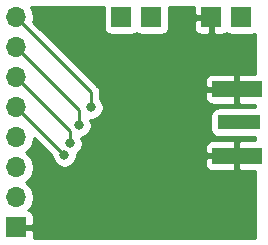
<source format=gbr>
G04 #@! TF.GenerationSoftware,KiCad,Pcbnew,(5.1.5)-3*
G04 #@! TF.CreationDate,2020-07-12T19:07:34-04:00*
G04 #@! TF.ProjectId,BreakoutSI4463PRORev3,42726561-6b6f-4757-9453-493434363350,rev?*
G04 #@! TF.SameCoordinates,Original*
G04 #@! TF.FileFunction,Copper,L2,Bot*
G04 #@! TF.FilePolarity,Positive*
%FSLAX46Y46*%
G04 Gerber Fmt 4.6, Leading zero omitted, Abs format (unit mm)*
G04 Created by KiCad (PCBNEW (5.1.5)-3) date 2020-07-12 19:07:34*
%MOMM*%
%LPD*%
G04 APERTURE LIST*
%ADD10R,3.600000X1.270000*%
%ADD11R,4.200000X1.350000*%
%ADD12O,1.700000X1.700000*%
%ADD13R,1.700000X1.700000*%
%ADD14C,0.800000*%
%ADD15C,0.250000*%
%ADD16C,0.254000*%
G04 APERTURE END LIST*
D10*
X138249000Y-102870000D03*
D11*
X138049000Y-100045000D03*
X138049000Y-105695000D03*
D12*
X119380000Y-93980000D03*
X119380000Y-96520000D03*
X119380000Y-99060000D03*
X119380000Y-101600000D03*
X119380000Y-104140000D03*
X119380000Y-106680000D03*
X119380000Y-109220000D03*
D13*
X119380000Y-111760000D03*
X128270000Y-93980000D03*
X130810000Y-93980000D03*
X138430000Y-93980000D03*
X135890000Y-93980000D03*
D14*
X136906000Y-102870000D03*
X123190000Y-94996000D03*
X129794000Y-101854000D03*
X125730000Y-101600000D03*
X124714000Y-103124000D03*
X123952000Y-104648000D03*
X123444000Y-105664000D03*
D15*
X138249000Y-102870000D02*
X136906000Y-102870000D01*
X119380000Y-93980000D02*
X125730000Y-100330000D01*
X125730000Y-100330000D02*
X125730000Y-101600000D01*
X119380000Y-96520000D02*
X124714000Y-101854000D01*
X124714000Y-101854000D02*
X124714000Y-103124000D01*
X119380000Y-99060000D02*
X123952000Y-103632000D01*
X123952000Y-103632000D02*
X123952000Y-104648000D01*
X119380000Y-101600000D02*
X123444000Y-105664000D01*
D16*
G36*
X126781928Y-93130000D02*
G01*
X126781928Y-94830000D01*
X126794188Y-94954482D01*
X126830498Y-95074180D01*
X126889463Y-95184494D01*
X126968815Y-95281185D01*
X127065506Y-95360537D01*
X127175820Y-95419502D01*
X127295518Y-95455812D01*
X127420000Y-95468072D01*
X129120000Y-95468072D01*
X129244482Y-95455812D01*
X129364180Y-95419502D01*
X129474494Y-95360537D01*
X129540000Y-95306778D01*
X129605506Y-95360537D01*
X129715820Y-95419502D01*
X129835518Y-95455812D01*
X129960000Y-95468072D01*
X131660000Y-95468072D01*
X131784482Y-95455812D01*
X131904180Y-95419502D01*
X132014494Y-95360537D01*
X132111185Y-95281185D01*
X132190537Y-95184494D01*
X132249502Y-95074180D01*
X132285812Y-94954482D01*
X132298072Y-94830000D01*
X134401928Y-94830000D01*
X134414188Y-94954482D01*
X134450498Y-95074180D01*
X134509463Y-95184494D01*
X134588815Y-95281185D01*
X134685506Y-95360537D01*
X134795820Y-95419502D01*
X134915518Y-95455812D01*
X135040000Y-95468072D01*
X135604250Y-95465000D01*
X135763000Y-95306250D01*
X135763000Y-94107000D01*
X134563750Y-94107000D01*
X134405000Y-94265750D01*
X134401928Y-94830000D01*
X132298072Y-94830000D01*
X132298072Y-93130000D01*
X132296693Y-93116000D01*
X134403307Y-93116000D01*
X134401928Y-93130000D01*
X134405000Y-93694250D01*
X134563750Y-93853000D01*
X135763000Y-93853000D01*
X135763000Y-93833000D01*
X136017000Y-93833000D01*
X136017000Y-93853000D01*
X136037000Y-93853000D01*
X136037000Y-94107000D01*
X136017000Y-94107000D01*
X136017000Y-95306250D01*
X136175750Y-95465000D01*
X136740000Y-95468072D01*
X136864482Y-95455812D01*
X136984180Y-95419502D01*
X137094494Y-95360537D01*
X137160000Y-95306778D01*
X137225506Y-95360537D01*
X137335820Y-95419502D01*
X137455518Y-95455812D01*
X137580000Y-95468072D01*
X139280000Y-95468072D01*
X139404482Y-95455812D01*
X139524180Y-95419502D01*
X139548001Y-95406769D01*
X139548001Y-98732946D01*
X138334750Y-98735000D01*
X138176000Y-98893750D01*
X138176000Y-99918000D01*
X138196000Y-99918000D01*
X138196000Y-100172000D01*
X138176000Y-100172000D01*
X138176000Y-101196250D01*
X138334750Y-101355000D01*
X139548001Y-101357054D01*
X139548001Y-101596928D01*
X136449000Y-101596928D01*
X136324518Y-101609188D01*
X136204820Y-101645498D01*
X136094506Y-101704463D01*
X135997815Y-101783815D01*
X135918463Y-101880506D01*
X135859498Y-101990820D01*
X135823188Y-102110518D01*
X135810928Y-102235000D01*
X135810928Y-103505000D01*
X135823188Y-103629482D01*
X135859498Y-103749180D01*
X135918463Y-103859494D01*
X135997815Y-103956185D01*
X136094506Y-104035537D01*
X136204820Y-104094502D01*
X136324518Y-104130812D01*
X136449000Y-104143072D01*
X139548000Y-104143072D01*
X139548000Y-104382946D01*
X138334750Y-104385000D01*
X138176000Y-104543750D01*
X138176000Y-105568000D01*
X138196000Y-105568000D01*
X138196000Y-105822000D01*
X138176000Y-105822000D01*
X138176000Y-106846250D01*
X138334750Y-107005000D01*
X139548000Y-107007054D01*
X139548000Y-112624000D01*
X120866693Y-112624000D01*
X120868072Y-112610000D01*
X120865000Y-112045750D01*
X120706250Y-111887000D01*
X119507000Y-111887000D01*
X119507000Y-111907000D01*
X119253000Y-111907000D01*
X119253000Y-111887000D01*
X119233000Y-111887000D01*
X119233000Y-111633000D01*
X119253000Y-111633000D01*
X119253000Y-111613000D01*
X119507000Y-111613000D01*
X119507000Y-111633000D01*
X120706250Y-111633000D01*
X120865000Y-111474250D01*
X120868072Y-110910000D01*
X120855812Y-110785518D01*
X120819502Y-110665820D01*
X120760537Y-110555506D01*
X120681185Y-110458815D01*
X120584494Y-110379463D01*
X120474180Y-110320498D01*
X120401620Y-110298487D01*
X120533475Y-110166632D01*
X120695990Y-109923411D01*
X120807932Y-109653158D01*
X120865000Y-109366260D01*
X120865000Y-109073740D01*
X120807932Y-108786842D01*
X120695990Y-108516589D01*
X120533475Y-108273368D01*
X120326632Y-108066525D01*
X120152240Y-107950000D01*
X120326632Y-107833475D01*
X120533475Y-107626632D01*
X120695990Y-107383411D01*
X120807932Y-107113158D01*
X120865000Y-106826260D01*
X120865000Y-106533740D01*
X120807932Y-106246842D01*
X120695990Y-105976589D01*
X120533475Y-105733368D01*
X120326632Y-105526525D01*
X120152240Y-105410000D01*
X120326632Y-105293475D01*
X120533475Y-105086632D01*
X120695990Y-104843411D01*
X120807932Y-104573158D01*
X120865000Y-104286260D01*
X120865000Y-104159801D01*
X122409000Y-105703802D01*
X122409000Y-105765939D01*
X122448774Y-105965898D01*
X122526795Y-106154256D01*
X122640063Y-106323774D01*
X122784226Y-106467937D01*
X122953744Y-106581205D01*
X123142102Y-106659226D01*
X123342061Y-106699000D01*
X123545939Y-106699000D01*
X123745898Y-106659226D01*
X123934256Y-106581205D01*
X124103774Y-106467937D01*
X124201711Y-106370000D01*
X135310928Y-106370000D01*
X135323188Y-106494482D01*
X135359498Y-106614180D01*
X135418463Y-106724494D01*
X135497815Y-106821185D01*
X135594506Y-106900537D01*
X135704820Y-106959502D01*
X135824518Y-106995812D01*
X135949000Y-107008072D01*
X137763250Y-107005000D01*
X137922000Y-106846250D01*
X137922000Y-105822000D01*
X135472750Y-105822000D01*
X135314000Y-105980750D01*
X135310928Y-106370000D01*
X124201711Y-106370000D01*
X124247937Y-106323774D01*
X124361205Y-106154256D01*
X124439226Y-105965898D01*
X124479000Y-105765939D01*
X124479000Y-105562061D01*
X124475241Y-105543165D01*
X124611774Y-105451937D01*
X124755937Y-105307774D01*
X124869205Y-105138256D01*
X124918188Y-105020000D01*
X135310928Y-105020000D01*
X135314000Y-105409250D01*
X135472750Y-105568000D01*
X137922000Y-105568000D01*
X137922000Y-104543750D01*
X137763250Y-104385000D01*
X135949000Y-104381928D01*
X135824518Y-104394188D01*
X135704820Y-104430498D01*
X135594506Y-104489463D01*
X135497815Y-104568815D01*
X135418463Y-104665506D01*
X135359498Y-104775820D01*
X135323188Y-104895518D01*
X135310928Y-105020000D01*
X124918188Y-105020000D01*
X124947226Y-104949898D01*
X124987000Y-104749939D01*
X124987000Y-104546061D01*
X124947226Y-104346102D01*
X124869205Y-104157744D01*
X124863697Y-104149500D01*
X125015898Y-104119226D01*
X125204256Y-104041205D01*
X125373774Y-103927937D01*
X125517937Y-103783774D01*
X125631205Y-103614256D01*
X125709226Y-103425898D01*
X125749000Y-103225939D01*
X125749000Y-103022061D01*
X125709226Y-102822102D01*
X125631725Y-102635000D01*
X125831939Y-102635000D01*
X126031898Y-102595226D01*
X126220256Y-102517205D01*
X126389774Y-102403937D01*
X126533937Y-102259774D01*
X126647205Y-102090256D01*
X126725226Y-101901898D01*
X126765000Y-101701939D01*
X126765000Y-101498061D01*
X126725226Y-101298102D01*
X126647205Y-101109744D01*
X126533937Y-100940226D01*
X126490000Y-100896289D01*
X126490000Y-100720000D01*
X135310928Y-100720000D01*
X135323188Y-100844482D01*
X135359498Y-100964180D01*
X135418463Y-101074494D01*
X135497815Y-101171185D01*
X135594506Y-101250537D01*
X135704820Y-101309502D01*
X135824518Y-101345812D01*
X135949000Y-101358072D01*
X137763250Y-101355000D01*
X137922000Y-101196250D01*
X137922000Y-100172000D01*
X135472750Y-100172000D01*
X135314000Y-100330750D01*
X135310928Y-100720000D01*
X126490000Y-100720000D01*
X126490000Y-100367322D01*
X126493676Y-100329999D01*
X126490000Y-100292676D01*
X126490000Y-100292667D01*
X126479003Y-100181014D01*
X126435546Y-100037753D01*
X126364975Y-99905725D01*
X126364974Y-99905723D01*
X126293799Y-99818997D01*
X126270001Y-99789999D01*
X126241004Y-99766202D01*
X125844802Y-99370000D01*
X135310928Y-99370000D01*
X135314000Y-99759250D01*
X135472750Y-99918000D01*
X137922000Y-99918000D01*
X137922000Y-98893750D01*
X137763250Y-98735000D01*
X135949000Y-98731928D01*
X135824518Y-98744188D01*
X135704820Y-98780498D01*
X135594506Y-98839463D01*
X135497815Y-98918815D01*
X135418463Y-99015506D01*
X135359498Y-99125820D01*
X135323188Y-99245518D01*
X135310928Y-99370000D01*
X125844802Y-99370000D01*
X120821209Y-94346408D01*
X120865000Y-94126260D01*
X120865000Y-93833740D01*
X120807932Y-93546842D01*
X120695990Y-93276589D01*
X120588688Y-93116000D01*
X126783307Y-93116000D01*
X126781928Y-93130000D01*
G37*
X126781928Y-93130000D02*
X126781928Y-94830000D01*
X126794188Y-94954482D01*
X126830498Y-95074180D01*
X126889463Y-95184494D01*
X126968815Y-95281185D01*
X127065506Y-95360537D01*
X127175820Y-95419502D01*
X127295518Y-95455812D01*
X127420000Y-95468072D01*
X129120000Y-95468072D01*
X129244482Y-95455812D01*
X129364180Y-95419502D01*
X129474494Y-95360537D01*
X129540000Y-95306778D01*
X129605506Y-95360537D01*
X129715820Y-95419502D01*
X129835518Y-95455812D01*
X129960000Y-95468072D01*
X131660000Y-95468072D01*
X131784482Y-95455812D01*
X131904180Y-95419502D01*
X132014494Y-95360537D01*
X132111185Y-95281185D01*
X132190537Y-95184494D01*
X132249502Y-95074180D01*
X132285812Y-94954482D01*
X132298072Y-94830000D01*
X134401928Y-94830000D01*
X134414188Y-94954482D01*
X134450498Y-95074180D01*
X134509463Y-95184494D01*
X134588815Y-95281185D01*
X134685506Y-95360537D01*
X134795820Y-95419502D01*
X134915518Y-95455812D01*
X135040000Y-95468072D01*
X135604250Y-95465000D01*
X135763000Y-95306250D01*
X135763000Y-94107000D01*
X134563750Y-94107000D01*
X134405000Y-94265750D01*
X134401928Y-94830000D01*
X132298072Y-94830000D01*
X132298072Y-93130000D01*
X132296693Y-93116000D01*
X134403307Y-93116000D01*
X134401928Y-93130000D01*
X134405000Y-93694250D01*
X134563750Y-93853000D01*
X135763000Y-93853000D01*
X135763000Y-93833000D01*
X136017000Y-93833000D01*
X136017000Y-93853000D01*
X136037000Y-93853000D01*
X136037000Y-94107000D01*
X136017000Y-94107000D01*
X136017000Y-95306250D01*
X136175750Y-95465000D01*
X136740000Y-95468072D01*
X136864482Y-95455812D01*
X136984180Y-95419502D01*
X137094494Y-95360537D01*
X137160000Y-95306778D01*
X137225506Y-95360537D01*
X137335820Y-95419502D01*
X137455518Y-95455812D01*
X137580000Y-95468072D01*
X139280000Y-95468072D01*
X139404482Y-95455812D01*
X139524180Y-95419502D01*
X139548001Y-95406769D01*
X139548001Y-98732946D01*
X138334750Y-98735000D01*
X138176000Y-98893750D01*
X138176000Y-99918000D01*
X138196000Y-99918000D01*
X138196000Y-100172000D01*
X138176000Y-100172000D01*
X138176000Y-101196250D01*
X138334750Y-101355000D01*
X139548001Y-101357054D01*
X139548001Y-101596928D01*
X136449000Y-101596928D01*
X136324518Y-101609188D01*
X136204820Y-101645498D01*
X136094506Y-101704463D01*
X135997815Y-101783815D01*
X135918463Y-101880506D01*
X135859498Y-101990820D01*
X135823188Y-102110518D01*
X135810928Y-102235000D01*
X135810928Y-103505000D01*
X135823188Y-103629482D01*
X135859498Y-103749180D01*
X135918463Y-103859494D01*
X135997815Y-103956185D01*
X136094506Y-104035537D01*
X136204820Y-104094502D01*
X136324518Y-104130812D01*
X136449000Y-104143072D01*
X139548000Y-104143072D01*
X139548000Y-104382946D01*
X138334750Y-104385000D01*
X138176000Y-104543750D01*
X138176000Y-105568000D01*
X138196000Y-105568000D01*
X138196000Y-105822000D01*
X138176000Y-105822000D01*
X138176000Y-106846250D01*
X138334750Y-107005000D01*
X139548000Y-107007054D01*
X139548000Y-112624000D01*
X120866693Y-112624000D01*
X120868072Y-112610000D01*
X120865000Y-112045750D01*
X120706250Y-111887000D01*
X119507000Y-111887000D01*
X119507000Y-111907000D01*
X119253000Y-111907000D01*
X119253000Y-111887000D01*
X119233000Y-111887000D01*
X119233000Y-111633000D01*
X119253000Y-111633000D01*
X119253000Y-111613000D01*
X119507000Y-111613000D01*
X119507000Y-111633000D01*
X120706250Y-111633000D01*
X120865000Y-111474250D01*
X120868072Y-110910000D01*
X120855812Y-110785518D01*
X120819502Y-110665820D01*
X120760537Y-110555506D01*
X120681185Y-110458815D01*
X120584494Y-110379463D01*
X120474180Y-110320498D01*
X120401620Y-110298487D01*
X120533475Y-110166632D01*
X120695990Y-109923411D01*
X120807932Y-109653158D01*
X120865000Y-109366260D01*
X120865000Y-109073740D01*
X120807932Y-108786842D01*
X120695990Y-108516589D01*
X120533475Y-108273368D01*
X120326632Y-108066525D01*
X120152240Y-107950000D01*
X120326632Y-107833475D01*
X120533475Y-107626632D01*
X120695990Y-107383411D01*
X120807932Y-107113158D01*
X120865000Y-106826260D01*
X120865000Y-106533740D01*
X120807932Y-106246842D01*
X120695990Y-105976589D01*
X120533475Y-105733368D01*
X120326632Y-105526525D01*
X120152240Y-105410000D01*
X120326632Y-105293475D01*
X120533475Y-105086632D01*
X120695990Y-104843411D01*
X120807932Y-104573158D01*
X120865000Y-104286260D01*
X120865000Y-104159801D01*
X122409000Y-105703802D01*
X122409000Y-105765939D01*
X122448774Y-105965898D01*
X122526795Y-106154256D01*
X122640063Y-106323774D01*
X122784226Y-106467937D01*
X122953744Y-106581205D01*
X123142102Y-106659226D01*
X123342061Y-106699000D01*
X123545939Y-106699000D01*
X123745898Y-106659226D01*
X123934256Y-106581205D01*
X124103774Y-106467937D01*
X124201711Y-106370000D01*
X135310928Y-106370000D01*
X135323188Y-106494482D01*
X135359498Y-106614180D01*
X135418463Y-106724494D01*
X135497815Y-106821185D01*
X135594506Y-106900537D01*
X135704820Y-106959502D01*
X135824518Y-106995812D01*
X135949000Y-107008072D01*
X137763250Y-107005000D01*
X137922000Y-106846250D01*
X137922000Y-105822000D01*
X135472750Y-105822000D01*
X135314000Y-105980750D01*
X135310928Y-106370000D01*
X124201711Y-106370000D01*
X124247937Y-106323774D01*
X124361205Y-106154256D01*
X124439226Y-105965898D01*
X124479000Y-105765939D01*
X124479000Y-105562061D01*
X124475241Y-105543165D01*
X124611774Y-105451937D01*
X124755937Y-105307774D01*
X124869205Y-105138256D01*
X124918188Y-105020000D01*
X135310928Y-105020000D01*
X135314000Y-105409250D01*
X135472750Y-105568000D01*
X137922000Y-105568000D01*
X137922000Y-104543750D01*
X137763250Y-104385000D01*
X135949000Y-104381928D01*
X135824518Y-104394188D01*
X135704820Y-104430498D01*
X135594506Y-104489463D01*
X135497815Y-104568815D01*
X135418463Y-104665506D01*
X135359498Y-104775820D01*
X135323188Y-104895518D01*
X135310928Y-105020000D01*
X124918188Y-105020000D01*
X124947226Y-104949898D01*
X124987000Y-104749939D01*
X124987000Y-104546061D01*
X124947226Y-104346102D01*
X124869205Y-104157744D01*
X124863697Y-104149500D01*
X125015898Y-104119226D01*
X125204256Y-104041205D01*
X125373774Y-103927937D01*
X125517937Y-103783774D01*
X125631205Y-103614256D01*
X125709226Y-103425898D01*
X125749000Y-103225939D01*
X125749000Y-103022061D01*
X125709226Y-102822102D01*
X125631725Y-102635000D01*
X125831939Y-102635000D01*
X126031898Y-102595226D01*
X126220256Y-102517205D01*
X126389774Y-102403937D01*
X126533937Y-102259774D01*
X126647205Y-102090256D01*
X126725226Y-101901898D01*
X126765000Y-101701939D01*
X126765000Y-101498061D01*
X126725226Y-101298102D01*
X126647205Y-101109744D01*
X126533937Y-100940226D01*
X126490000Y-100896289D01*
X126490000Y-100720000D01*
X135310928Y-100720000D01*
X135323188Y-100844482D01*
X135359498Y-100964180D01*
X135418463Y-101074494D01*
X135497815Y-101171185D01*
X135594506Y-101250537D01*
X135704820Y-101309502D01*
X135824518Y-101345812D01*
X135949000Y-101358072D01*
X137763250Y-101355000D01*
X137922000Y-101196250D01*
X137922000Y-100172000D01*
X135472750Y-100172000D01*
X135314000Y-100330750D01*
X135310928Y-100720000D01*
X126490000Y-100720000D01*
X126490000Y-100367322D01*
X126493676Y-100329999D01*
X126490000Y-100292676D01*
X126490000Y-100292667D01*
X126479003Y-100181014D01*
X126435546Y-100037753D01*
X126364975Y-99905725D01*
X126364974Y-99905723D01*
X126293799Y-99818997D01*
X126270001Y-99789999D01*
X126241004Y-99766202D01*
X125844802Y-99370000D01*
X135310928Y-99370000D01*
X135314000Y-99759250D01*
X135472750Y-99918000D01*
X137922000Y-99918000D01*
X137922000Y-98893750D01*
X137763250Y-98735000D01*
X135949000Y-98731928D01*
X135824518Y-98744188D01*
X135704820Y-98780498D01*
X135594506Y-98839463D01*
X135497815Y-98918815D01*
X135418463Y-99015506D01*
X135359498Y-99125820D01*
X135323188Y-99245518D01*
X135310928Y-99370000D01*
X125844802Y-99370000D01*
X120821209Y-94346408D01*
X120865000Y-94126260D01*
X120865000Y-93833740D01*
X120807932Y-93546842D01*
X120695990Y-93276589D01*
X120588688Y-93116000D01*
X126783307Y-93116000D01*
X126781928Y-93130000D01*
M02*

</source>
